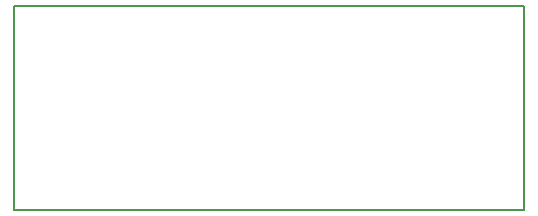
<source format=gbr>
G04 #@! TF.GenerationSoftware,KiCad,Pcbnew,(5.0.1)-3*
G04 #@! TF.CreationDate,2019-09-21T13:45:32-04:00*
G04 #@! TF.ProjectId,BMS Board Rev2,424D5320426F61726420526576322E6B,rev?*
G04 #@! TF.SameCoordinates,Original*
G04 #@! TF.FileFunction,Profile,NP*
%FSLAX46Y46*%
G04 Gerber Fmt 4.6, Leading zero omitted, Abs format (unit mm)*
G04 Created by KiCad (PCBNEW (5.0.1)-3) date 9/21/2019 1:45:32 PM*
%MOMM*%
%LPD*%
G01*
G04 APERTURE LIST*
%ADD10C,0.200000*%
G04 APERTURE END LIST*
D10*
X61722000Y-41402000D02*
X104902000Y-41402000D01*
X61722000Y-58674000D02*
X61722000Y-41402000D01*
X104902000Y-58674000D02*
X61722000Y-58674000D01*
X104902000Y-41402000D02*
X104902000Y-58674000D01*
M02*

</source>
